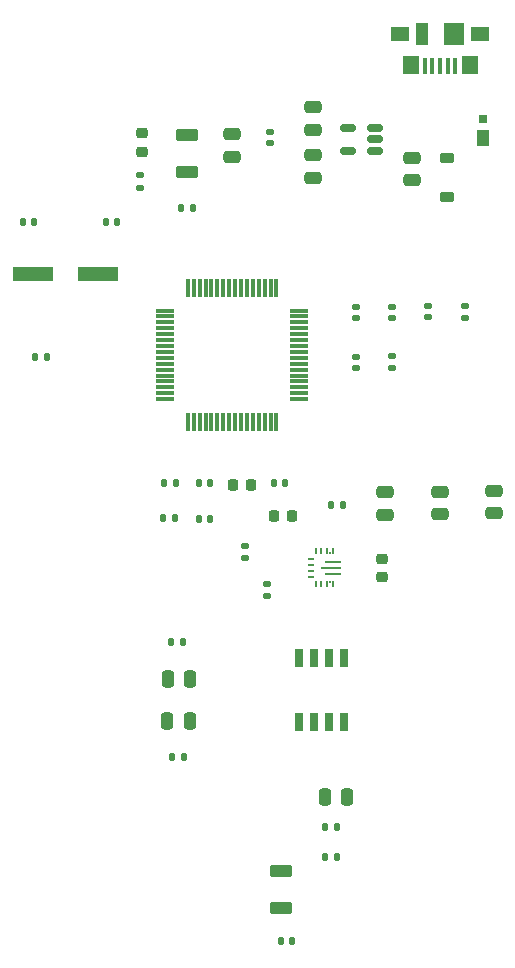
<source format=gbr>
%TF.GenerationSoftware,KiCad,Pcbnew,7.0.1*%
%TF.CreationDate,2023-05-25T09:43:19-05:00*%
%TF.ProjectId,power_supply,706f7765-725f-4737-9570-706c792e6b69,rev?*%
%TF.SameCoordinates,Original*%
%TF.FileFunction,Paste,Top*%
%TF.FilePolarity,Positive*%
%FSLAX46Y46*%
G04 Gerber Fmt 4.6, Leading zero omitted, Abs format (unit mm)*
G04 Created by KiCad (PCBNEW 7.0.1) date 2023-05-25 09:43:19*
%MOMM*%
%LPD*%
G01*
G04 APERTURE LIST*
G04 Aperture macros list*
%AMRoundRect*
0 Rectangle with rounded corners*
0 $1 Rounding radius*
0 $2 $3 $4 $5 $6 $7 $8 $9 X,Y pos of 4 corners*
0 Add a 4 corners polygon primitive as box body*
4,1,4,$2,$3,$4,$5,$6,$7,$8,$9,$2,$3,0*
0 Add four circle primitives for the rounded corners*
1,1,$1+$1,$2,$3*
1,1,$1+$1,$4,$5*
1,1,$1+$1,$6,$7*
1,1,$1+$1,$8,$9*
0 Add four rect primitives between the rounded corners*
20,1,$1+$1,$2,$3,$4,$5,0*
20,1,$1+$1,$4,$5,$6,$7,0*
20,1,$1+$1,$6,$7,$8,$9,0*
20,1,$1+$1,$8,$9,$2,$3,0*%
G04 Aperture macros list end*
%ADD10RoundRect,0.140000X-0.170000X0.140000X-0.170000X-0.140000X0.170000X-0.140000X0.170000X0.140000X0*%
%ADD11RoundRect,0.250000X0.250000X0.475000X-0.250000X0.475000X-0.250000X-0.475000X0.250000X-0.475000X0*%
%ADD12RoundRect,0.140000X0.140000X0.170000X-0.140000X0.170000X-0.140000X-0.170000X0.140000X-0.170000X0*%
%ADD13RoundRect,0.225000X-0.225000X-0.250000X0.225000X-0.250000X0.225000X0.250000X-0.225000X0.250000X0*%
%ADD14RoundRect,0.140000X-0.140000X-0.170000X0.140000X-0.170000X0.140000X0.170000X-0.140000X0.170000X0*%
%ADD15RoundRect,0.250000X0.475000X-0.250000X0.475000X0.250000X-0.475000X0.250000X-0.475000X-0.250000X0*%
%ADD16RoundRect,0.135000X-0.185000X0.135000X-0.185000X-0.135000X0.185000X-0.135000X0.185000X0.135000X0*%
%ADD17RoundRect,0.250000X-0.475000X0.250000X-0.475000X-0.250000X0.475000X-0.250000X0.475000X0.250000X0*%
%ADD18RoundRect,0.250000X0.700000X-0.275000X0.700000X0.275000X-0.700000X0.275000X-0.700000X-0.275000X0*%
%ADD19RoundRect,0.135000X-0.135000X-0.185000X0.135000X-0.185000X0.135000X0.185000X-0.135000X0.185000X0*%
%ADD20R,0.600000X0.250000*%
%ADD21R,0.250000X0.600000*%
%ADD22R,1.350000X0.250000*%
%ADD23R,1.700000X0.250000*%
%ADD24R,0.250000X0.250000*%
%ADD25RoundRect,0.250000X-0.250000X-0.475000X0.250000X-0.475000X0.250000X0.475000X-0.250000X0.475000X0*%
%ADD26R,3.500000X1.200000*%
%ADD27RoundRect,0.140000X0.170000X-0.140000X0.170000X0.140000X-0.170000X0.140000X-0.170000X-0.140000X0*%
%ADD28RoundRect,0.225000X-0.375000X0.225000X-0.375000X-0.225000X0.375000X-0.225000X0.375000X0.225000X0*%
%ADD29RoundRect,0.075000X-0.700000X-0.075000X0.700000X-0.075000X0.700000X0.075000X-0.700000X0.075000X0*%
%ADD30RoundRect,0.075000X-0.075000X-0.700000X0.075000X-0.700000X0.075000X0.700000X-0.075000X0.700000X0*%
%ADD31R,0.450000X1.380000*%
%ADD32R,1.650000X1.300000*%
%ADD33R,1.425000X1.550000*%
%ADD34R,1.800000X1.900000*%
%ADD35R,1.000000X1.900000*%
%ADD36RoundRect,0.218750X0.256250X-0.218750X0.256250X0.218750X-0.256250X0.218750X-0.256250X-0.218750X0*%
%ADD37R,1.100000X1.450000*%
%ADD38R,0.800000X0.800000*%
%ADD39RoundRect,0.150000X0.512500X0.150000X-0.512500X0.150000X-0.512500X-0.150000X0.512500X-0.150000X0*%
%ADD40R,0.700000X1.525000*%
G04 APERTURE END LIST*
D10*
%TO.C,C5*%
X212430000Y-56320000D03*
X212430000Y-57280000D03*
%TD*%
D11*
%TO.C,C18*%
X195360000Y-87850000D03*
X193460000Y-87850000D03*
%TD*%
D12*
%TO.C,C21*%
X195560000Y-47920000D03*
X194600000Y-47920000D03*
%TD*%
D13*
%TO.C,C16*%
X202415000Y-74050000D03*
X203965000Y-74050000D03*
%TD*%
D14*
%TO.C,C10*%
X202420000Y-71230000D03*
X203380000Y-71230000D03*
%TD*%
D15*
%TO.C,C19*%
X205770000Y-45380000D03*
X205770000Y-43480000D03*
%TD*%
D16*
%TO.C,R1*%
X191070000Y-45200000D03*
X191070000Y-46220000D03*
%TD*%
D10*
%TO.C,C3*%
X209370000Y-60540000D03*
X209370000Y-61500000D03*
%TD*%
D17*
%TO.C,C24*%
X198910000Y-41730000D03*
X198910000Y-43630000D03*
%TD*%
D13*
%TO.C,C11*%
X198965000Y-71440000D03*
X200515000Y-71440000D03*
%TD*%
D17*
%TO.C,C34*%
X216520000Y-71980000D03*
X216520000Y-73880000D03*
%TD*%
D18*
%TO.C,FB2*%
X203040000Y-107220000D03*
X203040000Y-104070000D03*
%TD*%
D19*
%TO.C,R2*%
X193730000Y-84660000D03*
X194750000Y-84660000D03*
%TD*%
D14*
%TO.C,C27*%
X206780000Y-100330000D03*
X207740000Y-100330000D03*
%TD*%
D10*
%TO.C,C9*%
X218570000Y-56280000D03*
X218570000Y-57240000D03*
%TD*%
D17*
%TO.C,C1*%
X221080000Y-71920000D03*
X221080000Y-73820000D03*
%TD*%
D19*
%TO.C,R11*%
X193120000Y-71210000D03*
X194140000Y-71210000D03*
%TD*%
%TO.C,R13*%
X207260000Y-73090000D03*
X208280000Y-73090000D03*
%TD*%
D15*
%TO.C,C20*%
X214150000Y-45610000D03*
X214150000Y-43710000D03*
%TD*%
D20*
%TO.C,IC2*%
X205534000Y-77670000D03*
X205534000Y-78170000D03*
X205534000Y-78670000D03*
X205534000Y-79170000D03*
D21*
X205960000Y-79820000D03*
X206460000Y-79820000D03*
X206960000Y-79820000D03*
X207460000Y-79820000D03*
D22*
X207460000Y-78920000D03*
D23*
X207285000Y-78420000D03*
D22*
X207460000Y-77920000D03*
D21*
X207460000Y-77020000D03*
X206960000Y-77020000D03*
X206460000Y-77020000D03*
X205960000Y-77020000D03*
D24*
X207210000Y-77195000D03*
X207210000Y-79645000D03*
%TD*%
D10*
%TO.C,C6*%
X215520000Y-56260000D03*
X215520000Y-57220000D03*
%TD*%
D14*
%TO.C,C25*%
X203020000Y-110040000D03*
X203980000Y-110040000D03*
%TD*%
D19*
%TO.C,R9*%
X193030000Y-74230000D03*
X194050000Y-74230000D03*
%TD*%
D12*
%TO.C,C14*%
X189170000Y-49170000D03*
X188210000Y-49170000D03*
%TD*%
D25*
%TO.C,C31*%
X206730000Y-97820000D03*
X208630000Y-97820000D03*
%TD*%
D26*
%TO.C,Y1*%
X182030000Y-53530000D03*
X187530000Y-53530000D03*
%TD*%
D14*
%TO.C,C8*%
X196090000Y-71210000D03*
X197050000Y-71210000D03*
%TD*%
D27*
%TO.C,C2*%
X201810000Y-80770000D03*
X201810000Y-79810000D03*
%TD*%
D28*
%TO.C,D2*%
X217110000Y-43720000D03*
X217110000Y-47020000D03*
%TD*%
D12*
%TO.C,C12*%
X183190000Y-60570000D03*
X182230000Y-60570000D03*
%TD*%
D11*
%TO.C,C23*%
X195290000Y-91430000D03*
X193390000Y-91430000D03*
%TD*%
D19*
%TO.C,R3*%
X193830000Y-94420000D03*
X194850000Y-94420000D03*
%TD*%
D18*
%TO.C,FB1*%
X195100000Y-44885000D03*
X195100000Y-41735000D03*
%TD*%
D29*
%TO.C,U1*%
X193220000Y-56640000D03*
X193220000Y-57140000D03*
X193220000Y-57640000D03*
X193220000Y-58140000D03*
X193220000Y-58640000D03*
X193220000Y-59140000D03*
X193220000Y-59640000D03*
X193220000Y-60140000D03*
X193220000Y-60640000D03*
X193220000Y-61140000D03*
X193220000Y-61640000D03*
X193220000Y-62140000D03*
X193220000Y-62640000D03*
X193220000Y-63140000D03*
X193220000Y-63640000D03*
X193220000Y-64140000D03*
D30*
X195145000Y-66065000D03*
X195645000Y-66065000D03*
X196145000Y-66065000D03*
X196645000Y-66065000D03*
X197145000Y-66065000D03*
X197645000Y-66065000D03*
X198145000Y-66065000D03*
X198645000Y-66065000D03*
X199145000Y-66065000D03*
X199645000Y-66065000D03*
X200145000Y-66065000D03*
X200645000Y-66065000D03*
X201145000Y-66065000D03*
X201645000Y-66065000D03*
X202145000Y-66065000D03*
X202645000Y-66065000D03*
D29*
X204570000Y-64140000D03*
X204570000Y-63640000D03*
X204570000Y-63140000D03*
X204570000Y-62640000D03*
X204570000Y-62140000D03*
X204570000Y-61640000D03*
X204570000Y-61140000D03*
X204570000Y-60640000D03*
X204570000Y-60140000D03*
X204570000Y-59640000D03*
X204570000Y-59140000D03*
X204570000Y-58640000D03*
X204570000Y-58140000D03*
X204570000Y-57640000D03*
X204570000Y-57140000D03*
X204570000Y-56640000D03*
D30*
X202645000Y-54715000D03*
X202145000Y-54715000D03*
X201645000Y-54715000D03*
X201145000Y-54715000D03*
X200645000Y-54715000D03*
X200145000Y-54715000D03*
X199645000Y-54715000D03*
X199145000Y-54715000D03*
X198645000Y-54715000D03*
X198145000Y-54715000D03*
X197645000Y-54715000D03*
X197145000Y-54715000D03*
X196645000Y-54715000D03*
X196145000Y-54715000D03*
X195645000Y-54715000D03*
X195145000Y-54715000D03*
%TD*%
D31*
%TO.C,J2*%
X217805000Y-35900000D03*
X217155000Y-35900000D03*
X216505000Y-35900000D03*
X215855000Y-35900000D03*
X215205000Y-35900000D03*
D32*
X219880000Y-33240000D03*
D33*
X218992500Y-35815000D03*
D34*
X217655000Y-33240000D03*
D35*
X214955000Y-33240000D03*
D33*
X214017500Y-35815000D03*
D32*
X213130000Y-33240000D03*
%TD*%
D10*
%TO.C,C22*%
X202080000Y-41520000D03*
X202080000Y-42480000D03*
%TD*%
D36*
%TO.C,D3*%
X191300000Y-43195000D03*
X191300000Y-41620000D03*
%TD*%
D14*
%TO.C,C13*%
X196050000Y-74270000D03*
X197010000Y-74270000D03*
%TD*%
D36*
%TO.C,L2*%
X211600000Y-79227500D03*
X211600000Y-77652500D03*
%TD*%
D12*
%TO.C,C15*%
X182160000Y-49140000D03*
X181200000Y-49140000D03*
%TD*%
D10*
%TO.C,C4*%
X212470000Y-60520000D03*
X212470000Y-61480000D03*
%TD*%
%TO.C,C7*%
X209380000Y-56320000D03*
X209380000Y-57280000D03*
%TD*%
D37*
%TO.C,D1*%
X220120000Y-42055000D03*
D38*
X220120000Y-40430000D03*
%TD*%
D16*
%TO.C,R10*%
X200000000Y-76550000D03*
X200000000Y-77570000D03*
%TD*%
D14*
%TO.C,C29*%
X206780000Y-102900000D03*
X207740000Y-102900000D03*
%TD*%
D17*
%TO.C,C35*%
X211820000Y-72040000D03*
X211820000Y-73940000D03*
%TD*%
D39*
%TO.C,U3*%
X211007500Y-43097500D03*
X211007500Y-42147500D03*
X211007500Y-41197500D03*
X208732500Y-41197500D03*
X208732500Y-43097500D03*
%TD*%
D17*
%TO.C,C17*%
X205710000Y-39430000D03*
X205710000Y-41330000D03*
%TD*%
D40*
%TO.C,IC1*%
X204515000Y-91462000D03*
X205785000Y-91462000D03*
X207055000Y-91462000D03*
X208325000Y-91462000D03*
X208325000Y-86038000D03*
X207055000Y-86038000D03*
X205785000Y-86038000D03*
X204515000Y-86038000D03*
%TD*%
M02*

</source>
